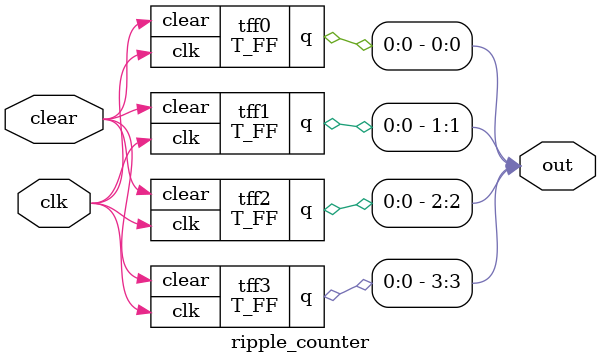
<source format=v>
module D_FF( clk, reset_n, D, Q);
input clk,D, reset_n;
output  Q;
reg Q;

always @( posedge clk or posedge reset_n) begin
    if( reset_n) 
    Q <= 1'b0;
    else 
    Q <= D;
end
endmodule

module T_FF( clk, clear , q );
input clk,clear;
output q ;
wire d;

D_FF dff0( clk, clear, d , q);
not n1( d , q );

endmodule
 
module ripple_counter( out , clk, clear );
output [3:0] out ;
input clk, clear;

T_FF tff0( clk , clear , out[0] );
T_FF tff1( clk , clear , out[1] );
T_FF tff2( clk , clear , out[2] );
T_FF tff3( clk , clear , out[3] );


endmodule

</source>
